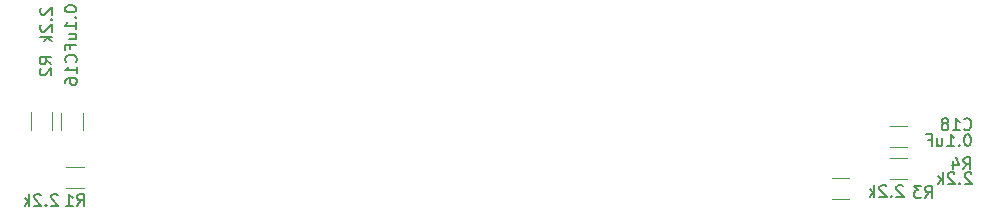
<source format=gbr>
%TF.GenerationSoftware,KiCad,Pcbnew,7.0.1*%
%TF.CreationDate,2023-11-10T11:44:35+00:00*%
%TF.ProjectId,Filter,46696c74-6572-42e6-9b69-6361645f7063,rev?*%
%TF.SameCoordinates,Original*%
%TF.FileFunction,Legend,Bot*%
%TF.FilePolarity,Positive*%
%FSLAX45Y45*%
G04 Gerber Fmt 4.5, Leading zero omitted, Abs format (unit mm)*
G04 Created by KiCad (PCBNEW 7.0.1) date 2023-11-10 11:44:35*
%MOMM*%
%LPD*%
G01*
G04 APERTURE LIST*
%ADD10C,0.150000*%
%ADD11C,0.120000*%
G04 APERTURE END LIST*
D10*
%TO.C,R1*%
X12520667Y-7913262D02*
X12554000Y-7865643D01*
X12577809Y-7913262D02*
X12577809Y-7813262D01*
X12577809Y-7813262D02*
X12539714Y-7813262D01*
X12539714Y-7813262D02*
X12530190Y-7818024D01*
X12530190Y-7818024D02*
X12525428Y-7822786D01*
X12525428Y-7822786D02*
X12520667Y-7832309D01*
X12520667Y-7832309D02*
X12520667Y-7846595D01*
X12520667Y-7846595D02*
X12525428Y-7856119D01*
X12525428Y-7856119D02*
X12530190Y-7860881D01*
X12530190Y-7860881D02*
X12539714Y-7865643D01*
X12539714Y-7865643D02*
X12577809Y-7865643D01*
X12425428Y-7913262D02*
X12482571Y-7913262D01*
X12454000Y-7913262D02*
X12454000Y-7813262D01*
X12454000Y-7813262D02*
X12463524Y-7827548D01*
X12463524Y-7827548D02*
X12473047Y-7837071D01*
X12473047Y-7837071D02*
X12482571Y-7841833D01*
X12356476Y-7820786D02*
X12351714Y-7816024D01*
X12351714Y-7816024D02*
X12342190Y-7811262D01*
X12342190Y-7811262D02*
X12318381Y-7811262D01*
X12318381Y-7811262D02*
X12308857Y-7816024D01*
X12308857Y-7816024D02*
X12304095Y-7820786D01*
X12304095Y-7820786D02*
X12299333Y-7830309D01*
X12299333Y-7830309D02*
X12299333Y-7839833D01*
X12299333Y-7839833D02*
X12304095Y-7854119D01*
X12304095Y-7854119D02*
X12361238Y-7911262D01*
X12361238Y-7911262D02*
X12299333Y-7911262D01*
X12256476Y-7901738D02*
X12251714Y-7906500D01*
X12251714Y-7906500D02*
X12256476Y-7911262D01*
X12256476Y-7911262D02*
X12261238Y-7906500D01*
X12261238Y-7906500D02*
X12256476Y-7901738D01*
X12256476Y-7901738D02*
X12256476Y-7911262D01*
X12213619Y-7820786D02*
X12208857Y-7816024D01*
X12208857Y-7816024D02*
X12199333Y-7811262D01*
X12199333Y-7811262D02*
X12175524Y-7811262D01*
X12175524Y-7811262D02*
X12166000Y-7816024D01*
X12166000Y-7816024D02*
X12161238Y-7820786D01*
X12161238Y-7820786D02*
X12156476Y-7830309D01*
X12156476Y-7830309D02*
X12156476Y-7839833D01*
X12156476Y-7839833D02*
X12161238Y-7854119D01*
X12161238Y-7854119D02*
X12218381Y-7911262D01*
X12218381Y-7911262D02*
X12156476Y-7911262D01*
X12113619Y-7911262D02*
X12113619Y-7811262D01*
X12104095Y-7873167D02*
X12075524Y-7911262D01*
X12075524Y-7844595D02*
X12113619Y-7882690D01*
%TO.C,R3*%
X19700667Y-7843262D02*
X19734000Y-7795643D01*
X19757809Y-7843262D02*
X19757809Y-7743262D01*
X19757809Y-7743262D02*
X19719714Y-7743262D01*
X19719714Y-7743262D02*
X19710190Y-7748024D01*
X19710190Y-7748024D02*
X19705429Y-7752786D01*
X19705429Y-7752786D02*
X19700667Y-7762309D01*
X19700667Y-7762309D02*
X19700667Y-7776595D01*
X19700667Y-7776595D02*
X19705429Y-7786119D01*
X19705429Y-7786119D02*
X19710190Y-7790881D01*
X19710190Y-7790881D02*
X19719714Y-7795643D01*
X19719714Y-7795643D02*
X19757809Y-7795643D01*
X19667333Y-7743262D02*
X19605429Y-7743262D01*
X19605429Y-7743262D02*
X19638762Y-7781357D01*
X19638762Y-7781357D02*
X19624476Y-7781357D01*
X19624476Y-7781357D02*
X19614952Y-7786119D01*
X19614952Y-7786119D02*
X19610190Y-7790881D01*
X19610190Y-7790881D02*
X19605429Y-7800405D01*
X19605429Y-7800405D02*
X19605429Y-7824214D01*
X19605429Y-7824214D02*
X19610190Y-7833738D01*
X19610190Y-7833738D02*
X19614952Y-7838500D01*
X19614952Y-7838500D02*
X19624476Y-7843262D01*
X19624476Y-7843262D02*
X19653048Y-7843262D01*
X19653048Y-7843262D02*
X19662571Y-7838500D01*
X19662571Y-7838500D02*
X19667333Y-7833738D01*
X19513476Y-7745786D02*
X19508714Y-7741024D01*
X19508714Y-7741024D02*
X19499190Y-7736262D01*
X19499190Y-7736262D02*
X19475381Y-7736262D01*
X19475381Y-7736262D02*
X19465857Y-7741024D01*
X19465857Y-7741024D02*
X19461095Y-7745786D01*
X19461095Y-7745786D02*
X19456333Y-7755309D01*
X19456333Y-7755309D02*
X19456333Y-7764833D01*
X19456333Y-7764833D02*
X19461095Y-7779119D01*
X19461095Y-7779119D02*
X19518238Y-7836262D01*
X19518238Y-7836262D02*
X19456333Y-7836262D01*
X19413476Y-7826738D02*
X19408714Y-7831500D01*
X19408714Y-7831500D02*
X19413476Y-7836262D01*
X19413476Y-7836262D02*
X19418238Y-7831500D01*
X19418238Y-7831500D02*
X19413476Y-7826738D01*
X19413476Y-7826738D02*
X19413476Y-7836262D01*
X19370619Y-7745786D02*
X19365857Y-7741024D01*
X19365857Y-7741024D02*
X19356333Y-7736262D01*
X19356333Y-7736262D02*
X19332524Y-7736262D01*
X19332524Y-7736262D02*
X19323000Y-7741024D01*
X19323000Y-7741024D02*
X19318238Y-7745786D01*
X19318238Y-7745786D02*
X19313476Y-7755309D01*
X19313476Y-7755309D02*
X19313476Y-7764833D01*
X19313476Y-7764833D02*
X19318238Y-7779119D01*
X19318238Y-7779119D02*
X19375381Y-7836262D01*
X19375381Y-7836262D02*
X19313476Y-7836262D01*
X19270619Y-7836262D02*
X19270619Y-7736262D01*
X19261095Y-7798167D02*
X19232524Y-7836262D01*
X19232524Y-7769595D02*
X19270619Y-7807690D01*
%TO.C,C18*%
X20029286Y-7260738D02*
X20034048Y-7265500D01*
X20034048Y-7265500D02*
X20048333Y-7270262D01*
X20048333Y-7270262D02*
X20057857Y-7270262D01*
X20057857Y-7270262D02*
X20072143Y-7265500D01*
X20072143Y-7265500D02*
X20081667Y-7255976D01*
X20081667Y-7255976D02*
X20086429Y-7246452D01*
X20086429Y-7246452D02*
X20091190Y-7227405D01*
X20091190Y-7227405D02*
X20091190Y-7213119D01*
X20091190Y-7213119D02*
X20086429Y-7194071D01*
X20086429Y-7194071D02*
X20081667Y-7184548D01*
X20081667Y-7184548D02*
X20072143Y-7175024D01*
X20072143Y-7175024D02*
X20057857Y-7170262D01*
X20057857Y-7170262D02*
X20048333Y-7170262D01*
X20048333Y-7170262D02*
X20034048Y-7175024D01*
X20034048Y-7175024D02*
X20029286Y-7179786D01*
X19934048Y-7270262D02*
X19991190Y-7270262D01*
X19962619Y-7270262D02*
X19962619Y-7170262D01*
X19962619Y-7170262D02*
X19972143Y-7184548D01*
X19972143Y-7184548D02*
X19981667Y-7194071D01*
X19981667Y-7194071D02*
X19991190Y-7198833D01*
X19876905Y-7213119D02*
X19886429Y-7208357D01*
X19886429Y-7208357D02*
X19891190Y-7203595D01*
X19891190Y-7203595D02*
X19895952Y-7194071D01*
X19895952Y-7194071D02*
X19895952Y-7189309D01*
X19895952Y-7189309D02*
X19891190Y-7179786D01*
X19891190Y-7179786D02*
X19886429Y-7175024D01*
X19886429Y-7175024D02*
X19876905Y-7170262D01*
X19876905Y-7170262D02*
X19857857Y-7170262D01*
X19857857Y-7170262D02*
X19848333Y-7175024D01*
X19848333Y-7175024D02*
X19843571Y-7179786D01*
X19843571Y-7179786D02*
X19838810Y-7189309D01*
X19838810Y-7189309D02*
X19838810Y-7194071D01*
X19838810Y-7194071D02*
X19843571Y-7203595D01*
X19843571Y-7203595D02*
X19848333Y-7208357D01*
X19848333Y-7208357D02*
X19857857Y-7213119D01*
X19857857Y-7213119D02*
X19876905Y-7213119D01*
X19876905Y-7213119D02*
X19886429Y-7217881D01*
X19886429Y-7217881D02*
X19891190Y-7222643D01*
X19891190Y-7222643D02*
X19895952Y-7232167D01*
X19895952Y-7232167D02*
X19895952Y-7251214D01*
X19895952Y-7251214D02*
X19891190Y-7260738D01*
X19891190Y-7260738D02*
X19886429Y-7265500D01*
X19886429Y-7265500D02*
X19876905Y-7270262D01*
X19876905Y-7270262D02*
X19857857Y-7270262D01*
X19857857Y-7270262D02*
X19848333Y-7265500D01*
X19848333Y-7265500D02*
X19843571Y-7260738D01*
X19843571Y-7260738D02*
X19838810Y-7251214D01*
X19838810Y-7251214D02*
X19838810Y-7232167D01*
X19838810Y-7232167D02*
X19843571Y-7222643D01*
X19843571Y-7222643D02*
X19848333Y-7217881D01*
X19848333Y-7217881D02*
X19857857Y-7213119D01*
X20064286Y-7305262D02*
X20054762Y-7305262D01*
X20054762Y-7305262D02*
X20045238Y-7310024D01*
X20045238Y-7310024D02*
X20040476Y-7314786D01*
X20040476Y-7314786D02*
X20035714Y-7324309D01*
X20035714Y-7324309D02*
X20030952Y-7343357D01*
X20030952Y-7343357D02*
X20030952Y-7367167D01*
X20030952Y-7367167D02*
X20035714Y-7386214D01*
X20035714Y-7386214D02*
X20040476Y-7395738D01*
X20040476Y-7395738D02*
X20045238Y-7400500D01*
X20045238Y-7400500D02*
X20054762Y-7405262D01*
X20054762Y-7405262D02*
X20064286Y-7405262D01*
X20064286Y-7405262D02*
X20073809Y-7400500D01*
X20073809Y-7400500D02*
X20078571Y-7395738D01*
X20078571Y-7395738D02*
X20083333Y-7386214D01*
X20083333Y-7386214D02*
X20088095Y-7367167D01*
X20088095Y-7367167D02*
X20088095Y-7343357D01*
X20088095Y-7343357D02*
X20083333Y-7324309D01*
X20083333Y-7324309D02*
X20078571Y-7314786D01*
X20078571Y-7314786D02*
X20073809Y-7310024D01*
X20073809Y-7310024D02*
X20064286Y-7305262D01*
X19988095Y-7395738D02*
X19983333Y-7400500D01*
X19983333Y-7400500D02*
X19988095Y-7405262D01*
X19988095Y-7405262D02*
X19992857Y-7400500D01*
X19992857Y-7400500D02*
X19988095Y-7395738D01*
X19988095Y-7395738D02*
X19988095Y-7405262D01*
X19888095Y-7405262D02*
X19945238Y-7405262D01*
X19916667Y-7405262D02*
X19916667Y-7305262D01*
X19916667Y-7305262D02*
X19926190Y-7319548D01*
X19926190Y-7319548D02*
X19935714Y-7329071D01*
X19935714Y-7329071D02*
X19945238Y-7333833D01*
X19802381Y-7338595D02*
X19802381Y-7405262D01*
X19845238Y-7338595D02*
X19845238Y-7390976D01*
X19845238Y-7390976D02*
X19840476Y-7400500D01*
X19840476Y-7400500D02*
X19830952Y-7405262D01*
X19830952Y-7405262D02*
X19816667Y-7405262D01*
X19816667Y-7405262D02*
X19807143Y-7400500D01*
X19807143Y-7400500D02*
X19802381Y-7395738D01*
X19721429Y-7352881D02*
X19754762Y-7352881D01*
X19754762Y-7405262D02*
X19754762Y-7305262D01*
X19754762Y-7305262D02*
X19707143Y-7305262D01*
%TO.C,C16*%
X12509738Y-6694714D02*
X12514500Y-6689952D01*
X12514500Y-6689952D02*
X12519262Y-6675667D01*
X12519262Y-6675667D02*
X12519262Y-6666143D01*
X12519262Y-6666143D02*
X12514500Y-6651857D01*
X12514500Y-6651857D02*
X12504976Y-6642333D01*
X12504976Y-6642333D02*
X12495452Y-6637571D01*
X12495452Y-6637571D02*
X12476405Y-6632809D01*
X12476405Y-6632809D02*
X12462119Y-6632809D01*
X12462119Y-6632809D02*
X12443071Y-6637571D01*
X12443071Y-6637571D02*
X12433548Y-6642333D01*
X12433548Y-6642333D02*
X12424024Y-6651857D01*
X12424024Y-6651857D02*
X12419262Y-6666143D01*
X12419262Y-6666143D02*
X12419262Y-6675667D01*
X12419262Y-6675667D02*
X12424024Y-6689952D01*
X12424024Y-6689952D02*
X12428786Y-6694714D01*
X12519262Y-6789952D02*
X12519262Y-6732809D01*
X12519262Y-6761381D02*
X12419262Y-6761381D01*
X12419262Y-6761381D02*
X12433548Y-6751857D01*
X12433548Y-6751857D02*
X12443071Y-6742333D01*
X12443071Y-6742333D02*
X12447833Y-6732809D01*
X12419262Y-6875667D02*
X12419262Y-6856619D01*
X12419262Y-6856619D02*
X12424024Y-6847095D01*
X12424024Y-6847095D02*
X12428786Y-6842333D01*
X12428786Y-6842333D02*
X12443071Y-6832809D01*
X12443071Y-6832809D02*
X12462119Y-6828048D01*
X12462119Y-6828048D02*
X12500214Y-6828048D01*
X12500214Y-6828048D02*
X12509738Y-6832809D01*
X12509738Y-6832809D02*
X12514500Y-6837571D01*
X12514500Y-6837571D02*
X12519262Y-6847095D01*
X12519262Y-6847095D02*
X12519262Y-6866143D01*
X12519262Y-6866143D02*
X12514500Y-6875667D01*
X12514500Y-6875667D02*
X12509738Y-6880428D01*
X12509738Y-6880428D02*
X12500214Y-6885190D01*
X12500214Y-6885190D02*
X12476405Y-6885190D01*
X12476405Y-6885190D02*
X12466881Y-6880428D01*
X12466881Y-6880428D02*
X12462119Y-6875667D01*
X12462119Y-6875667D02*
X12457357Y-6866143D01*
X12457357Y-6866143D02*
X12457357Y-6847095D01*
X12457357Y-6847095D02*
X12462119Y-6837571D01*
X12462119Y-6837571D02*
X12466881Y-6832809D01*
X12466881Y-6832809D02*
X12476405Y-6828048D01*
X12414262Y-6238714D02*
X12414262Y-6248238D01*
X12414262Y-6248238D02*
X12419024Y-6257762D01*
X12419024Y-6257762D02*
X12423786Y-6262524D01*
X12423786Y-6262524D02*
X12433309Y-6267286D01*
X12433309Y-6267286D02*
X12452357Y-6272048D01*
X12452357Y-6272048D02*
X12476167Y-6272048D01*
X12476167Y-6272048D02*
X12495214Y-6267286D01*
X12495214Y-6267286D02*
X12504738Y-6262524D01*
X12504738Y-6262524D02*
X12509500Y-6257762D01*
X12509500Y-6257762D02*
X12514262Y-6248238D01*
X12514262Y-6248238D02*
X12514262Y-6238714D01*
X12514262Y-6238714D02*
X12509500Y-6229190D01*
X12509500Y-6229190D02*
X12504738Y-6224429D01*
X12504738Y-6224429D02*
X12495214Y-6219667D01*
X12495214Y-6219667D02*
X12476167Y-6214905D01*
X12476167Y-6214905D02*
X12452357Y-6214905D01*
X12452357Y-6214905D02*
X12433309Y-6219667D01*
X12433309Y-6219667D02*
X12423786Y-6224429D01*
X12423786Y-6224429D02*
X12419024Y-6229190D01*
X12419024Y-6229190D02*
X12414262Y-6238714D01*
X12504738Y-6314905D02*
X12509500Y-6319667D01*
X12509500Y-6319667D02*
X12514262Y-6314905D01*
X12514262Y-6314905D02*
X12509500Y-6310143D01*
X12509500Y-6310143D02*
X12504738Y-6314905D01*
X12504738Y-6314905D02*
X12514262Y-6314905D01*
X12514262Y-6414905D02*
X12514262Y-6357762D01*
X12514262Y-6386333D02*
X12414262Y-6386333D01*
X12414262Y-6386333D02*
X12428548Y-6376809D01*
X12428548Y-6376809D02*
X12438071Y-6367286D01*
X12438071Y-6367286D02*
X12442833Y-6357762D01*
X12447595Y-6500619D02*
X12514262Y-6500619D01*
X12447595Y-6457762D02*
X12499976Y-6457762D01*
X12499976Y-6457762D02*
X12509500Y-6462524D01*
X12509500Y-6462524D02*
X12514262Y-6472048D01*
X12514262Y-6472048D02*
X12514262Y-6486333D01*
X12514262Y-6486333D02*
X12509500Y-6495857D01*
X12509500Y-6495857D02*
X12504738Y-6500619D01*
X12461881Y-6581571D02*
X12461881Y-6548238D01*
X12514262Y-6548238D02*
X12414262Y-6548238D01*
X12414262Y-6548238D02*
X12414262Y-6595857D01*
%TO.C,R2*%
X12302262Y-6712333D02*
X12254643Y-6679000D01*
X12302262Y-6655190D02*
X12202262Y-6655190D01*
X12202262Y-6655190D02*
X12202262Y-6693286D01*
X12202262Y-6693286D02*
X12207024Y-6702809D01*
X12207024Y-6702809D02*
X12211786Y-6707571D01*
X12211786Y-6707571D02*
X12221309Y-6712333D01*
X12221309Y-6712333D02*
X12235595Y-6712333D01*
X12235595Y-6712333D02*
X12245119Y-6707571D01*
X12245119Y-6707571D02*
X12249881Y-6702809D01*
X12249881Y-6702809D02*
X12254643Y-6693286D01*
X12254643Y-6693286D02*
X12254643Y-6655190D01*
X12211786Y-6750429D02*
X12207024Y-6755190D01*
X12207024Y-6755190D02*
X12202262Y-6764714D01*
X12202262Y-6764714D02*
X12202262Y-6788524D01*
X12202262Y-6788524D02*
X12207024Y-6798048D01*
X12207024Y-6798048D02*
X12211786Y-6802809D01*
X12211786Y-6802809D02*
X12221309Y-6807571D01*
X12221309Y-6807571D02*
X12230833Y-6807571D01*
X12230833Y-6807571D02*
X12245119Y-6802809D01*
X12245119Y-6802809D02*
X12302262Y-6745667D01*
X12302262Y-6745667D02*
X12302262Y-6807571D01*
X12216786Y-6235524D02*
X12212024Y-6240286D01*
X12212024Y-6240286D02*
X12207262Y-6249809D01*
X12207262Y-6249809D02*
X12207262Y-6273619D01*
X12207262Y-6273619D02*
X12212024Y-6283143D01*
X12212024Y-6283143D02*
X12216786Y-6287905D01*
X12216786Y-6287905D02*
X12226309Y-6292667D01*
X12226309Y-6292667D02*
X12235833Y-6292667D01*
X12235833Y-6292667D02*
X12250119Y-6287905D01*
X12250119Y-6287905D02*
X12307262Y-6230762D01*
X12307262Y-6230762D02*
X12307262Y-6292667D01*
X12297738Y-6335524D02*
X12302500Y-6340286D01*
X12302500Y-6340286D02*
X12307262Y-6335524D01*
X12307262Y-6335524D02*
X12302500Y-6330762D01*
X12302500Y-6330762D02*
X12297738Y-6335524D01*
X12297738Y-6335524D02*
X12307262Y-6335524D01*
X12216786Y-6378381D02*
X12212024Y-6383143D01*
X12212024Y-6383143D02*
X12207262Y-6392667D01*
X12207262Y-6392667D02*
X12207262Y-6416476D01*
X12207262Y-6416476D02*
X12212024Y-6426000D01*
X12212024Y-6426000D02*
X12216786Y-6430762D01*
X12216786Y-6430762D02*
X12226309Y-6435524D01*
X12226309Y-6435524D02*
X12235833Y-6435524D01*
X12235833Y-6435524D02*
X12250119Y-6430762D01*
X12250119Y-6430762D02*
X12307262Y-6373619D01*
X12307262Y-6373619D02*
X12307262Y-6435524D01*
X12307262Y-6478381D02*
X12207262Y-6478381D01*
X12269167Y-6487905D02*
X12307262Y-6516476D01*
X12240595Y-6516476D02*
X12278690Y-6478381D01*
%TO.C,R4*%
X20024667Y-7601262D02*
X20058000Y-7553643D01*
X20081809Y-7601262D02*
X20081809Y-7501262D01*
X20081809Y-7501262D02*
X20043714Y-7501262D01*
X20043714Y-7501262D02*
X20034190Y-7506024D01*
X20034190Y-7506024D02*
X20029429Y-7510786D01*
X20029429Y-7510786D02*
X20024667Y-7520309D01*
X20024667Y-7520309D02*
X20024667Y-7534595D01*
X20024667Y-7534595D02*
X20029429Y-7544119D01*
X20029429Y-7544119D02*
X20034190Y-7548881D01*
X20034190Y-7548881D02*
X20043714Y-7553643D01*
X20043714Y-7553643D02*
X20081809Y-7553643D01*
X19938952Y-7534595D02*
X19938952Y-7601262D01*
X19962762Y-7496500D02*
X19986571Y-7567928D01*
X19986571Y-7567928D02*
X19924667Y-7567928D01*
X20090476Y-7637786D02*
X20085714Y-7633024D01*
X20085714Y-7633024D02*
X20076190Y-7628262D01*
X20076190Y-7628262D02*
X20052381Y-7628262D01*
X20052381Y-7628262D02*
X20042857Y-7633024D01*
X20042857Y-7633024D02*
X20038095Y-7637786D01*
X20038095Y-7637786D02*
X20033333Y-7647309D01*
X20033333Y-7647309D02*
X20033333Y-7656833D01*
X20033333Y-7656833D02*
X20038095Y-7671119D01*
X20038095Y-7671119D02*
X20095238Y-7728262D01*
X20095238Y-7728262D02*
X20033333Y-7728262D01*
X19990476Y-7718738D02*
X19985714Y-7723500D01*
X19985714Y-7723500D02*
X19990476Y-7728262D01*
X19990476Y-7728262D02*
X19995238Y-7723500D01*
X19995238Y-7723500D02*
X19990476Y-7718738D01*
X19990476Y-7718738D02*
X19990476Y-7728262D01*
X19947619Y-7637786D02*
X19942857Y-7633024D01*
X19942857Y-7633024D02*
X19933333Y-7628262D01*
X19933333Y-7628262D02*
X19909524Y-7628262D01*
X19909524Y-7628262D02*
X19900000Y-7633024D01*
X19900000Y-7633024D02*
X19895238Y-7637786D01*
X19895238Y-7637786D02*
X19890476Y-7647309D01*
X19890476Y-7647309D02*
X19890476Y-7656833D01*
X19890476Y-7656833D02*
X19895238Y-7671119D01*
X19895238Y-7671119D02*
X19952381Y-7728262D01*
X19952381Y-7728262D02*
X19890476Y-7728262D01*
X19847619Y-7728262D02*
X19847619Y-7628262D01*
X19838095Y-7690167D02*
X19809524Y-7728262D01*
X19809524Y-7661595D02*
X19847619Y-7699690D01*
D11*
%TO.C,R1*%
X12574206Y-7763125D02*
X12428794Y-7763125D01*
X12574206Y-7581125D02*
X12428794Y-7581125D01*
%TO.C,R3*%
X19053456Y-7857000D02*
X18908044Y-7857000D01*
X19053456Y-7675000D02*
X18908044Y-7675000D01*
%TO.C,C18*%
X19405375Y-7233000D02*
X19547625Y-7233000D01*
X19405375Y-7415000D02*
X19547625Y-7415000D01*
%TO.C,C16*%
X12386250Y-7267000D02*
X12386250Y-7124750D01*
X12568250Y-7267000D02*
X12568250Y-7124750D01*
%TO.C,R2*%
X12126250Y-7265331D02*
X12126250Y-7119919D01*
X12308250Y-7265331D02*
X12308250Y-7119919D01*
%TO.C,R4*%
X19402044Y-7506000D02*
X19547456Y-7506000D01*
X19402044Y-7688000D02*
X19547456Y-7688000D01*
%TD*%
M02*

</source>
